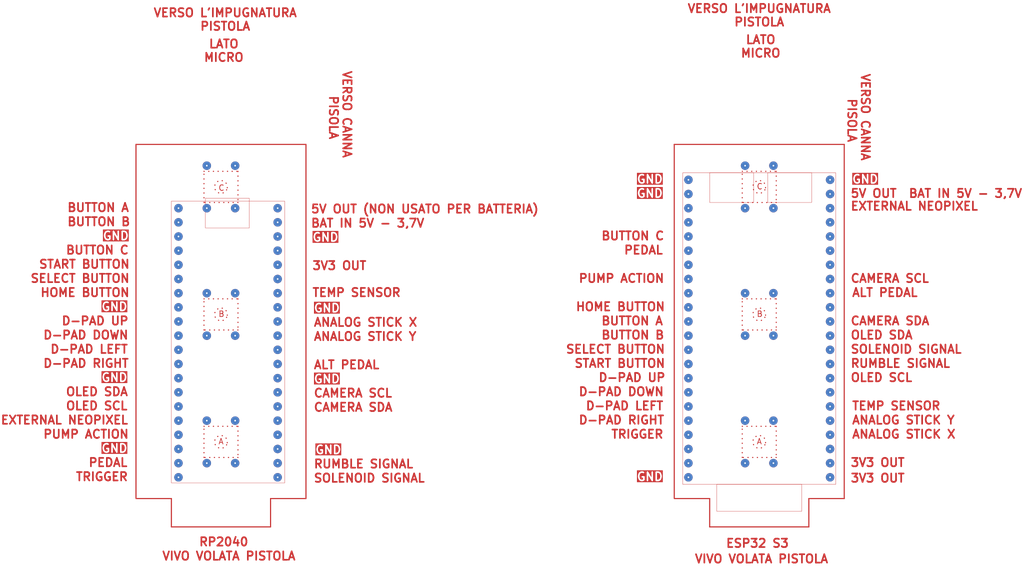
<source format=kicad_pcb>
(kicad_pcb
	(version 20241229)
	(generator "pcbnew")
	(generator_version "9.0")
	(general
		(thickness 1.6)
		(legacy_teardrops no)
	)
	(paper "A4")
	(layers
		(0 "F.Cu" signal)
		(2 "B.Cu" signal)
		(9 "F.Adhes" user "F.Adhesive")
		(11 "B.Adhes" user "B.Adhesive")
		(13 "F.Paste" user)
		(15 "B.Paste" user)
		(5 "F.SilkS" user "F.Silkscreen")
		(7 "B.SilkS" user "B.Silkscreen")
		(1 "F.Mask" user)
		(3 "B.Mask" user)
		(17 "Dwgs.User" user "User.Drawings")
		(19 "Cmts.User" user "User.Comments")
		(21 "Eco1.User" user "User.Eco1")
		(23 "Eco2.User" user "User.Eco2")
		(25 "Edge.Cuts" user)
		(27 "Margin" user)
		(31 "F.CrtYd" user "F.Courtyard")
		(29 "B.CrtYd" user "B.Courtyard")
		(35 "F.Fab" user)
		(33 "B.Fab" user)
		(39 "User.1" user)
		(41 "User.2" user)
		(43 "User.3" user)
		(45 "User.4" user)
	)
	(setup
		(stackup
			(layer "F.SilkS"
				(type "Top Silk Screen")
			)
			(layer "F.Paste"
				(type "Top Solder Paste")
			)
			(layer "F.Mask"
				(type "Top Solder Mask")
				(thickness 0.01)
			)
			(layer "F.Cu"
				(type "copper")
				(thickness 0.035)
			)
			(layer "dielectric 1"
				(type "core")
				(thickness 1.51)
				(material "FR4")
				(epsilon_r 4.5)
				(loss_tangent 0.02)
			)
			(layer "B.Cu"
				(type "copper")
				(thickness 0.035)
			)
			(layer "B.Mask"
				(type "Bottom Solder Mask")
				(thickness 0.01)
			)
			(layer "B.Paste"
				(type "Bottom Solder Paste")
			)
			(layer "B.SilkS"
				(type "Bottom Silk Screen")
			)
			(copper_finish "None")
			(dielectric_constraints no)
		)
		(pad_to_mask_clearance 0)
		(allow_soldermask_bridges_in_footprints no)
		(tenting front back)
		(pcbplotparams
			(layerselection 0x00000000_00000000_55555555_5755f5ff)
			(plot_on_all_layers_selection 0x00000000_00000000_00000000_00000000)
			(disableapertmacros no)
			(usegerberextensions no)
			(usegerberattributes yes)
			(usegerberadvancedattributes yes)
			(creategerberjobfile yes)
			(dashed_line_dash_ratio 12.000000)
			(dashed_line_gap_ratio 3.000000)
			(svgprecision 4)
			(plotframeref no)
			(mode 1)
			(useauxorigin no)
			(hpglpennumber 1)
			(hpglpenspeed 20)
			(hpglpendiameter 15.000000)
			(pdf_front_fp_property_popups yes)
			(pdf_back_fp_property_popups yes)
			(pdf_metadata yes)
			(pdf_single_document no)
			(dxfpolygonmode yes)
			(dxfimperialunits yes)
			(dxfusepcbnewfont yes)
			(psnegative no)
			(psa4output no)
			(plot_black_and_white yes)
			(sketchpadsonfab no)
			(plotpadnumbers no)
			(hidednponfab no)
			(sketchdnponfab yes)
			(crossoutdnponfab yes)
			(subtractmaskfromsilk no)
			(outputformat 1)
			(mirror no)
			(drillshape 1)
			(scaleselection 1)
			(outputdirectory "")
		)
	)
	(net 0 "")
	(gr_rect
		(start 207.264 67.31)
		(end 215.138 72.644)
		(stroke
			(width 0.0508)
			(type solid)
		)
		(fill no)
		(layer "F.Cu")
		(uuid "034b058b-3b4d-4645-aa84-3dec54b7922d")
	)
	(gr_rect
		(start 202.692 112.776)
		(end 208.788 118.364)
		(stroke
			(width 0.2)
			(type dot)
		)
		(fill no)
		(layer "F.Cu")
		(uuid "1427bf43-4a2e-44bf-bcc5-8501c717e6ba")
	)
	(gr_circle
		(center 109.22 69.85)
		(end 110.236 70.358)
		(stroke
			(width 0.2)
			(type dot)
		)
		(fill no)
		(layer "F.Cu")
		(uuid "16988fe8-83a2-4048-8465-83b37a1b24fe")
	)
	(gr_line
		(start 190.5 125.603)
		(end 190.5 62.23)
		(stroke
			(width 0.2)
			(type default)
		)
		(layer "F.Cu")
		(uuid "173c21c5-88b3-4b4b-8098-d37ce15cc9d9")
	)
	(gr_line
		(start 100.33 130.81)
		(end 118.11 130.81)
		(stroke
			(width 0.2)
			(type default)
		)
		(layer "F.Cu")
		(uuid "204f83fa-1cee-4835-a618-a7a5ba150b39")
	)
	(gr_rect
		(start 106.172 112.776)
		(end 112.268 118.364)
		(stroke
			(width 0.2)
			(type dot)
		)
		(fill no)
		(layer "F.Cu")
		(uuid "25050552-c865-49ab-a757-a60ed5f559f1")
	)
	(gr_rect
		(start 196.85 67.31)
		(end 204.724 72.644)
		(stroke
			(width 0.0508)
			(type solid)
		)
		(fill no)
		(layer "F.Cu")
		(uuid "27de8467-cd75-4d8a-b286-997e48273a96")
	)
	(gr_rect
		(start 198.12 123.19)
		(end 213.36 128.016)
		(stroke
			(width 0.0508)
			(type solid)
		)
		(fill no)
		(layer "F.Cu")
		(uuid "28a883ac-e757-4119-9d40-b9165a4f00cf")
	)
	(gr_rect
		(start 202.692 67.056)
		(end 208.788 72.644)
		(stroke
			(width 0.2)
			(type dot)
		)
		(fill no)
		(layer "F.Cu")
		(uuid "364abd18-c244-4281-be5c-15680745ef11")
	)
	(gr_line
		(start 190.5 62.23)
		(end 220.98 62.23)
		(stroke
			(width 0.2)
			(type default)
		)
		(layer "F.Cu")
		(uuid "3a2e79a2-3750-420a-b5ec-6673d4969d3f")
	)
	(gr_circle
		(center 109.22 115.57)
		(end 110.236 116.078)
		(stroke
			(width 0.2)
			(type dot)
		)
		(fill no)
		(layer "F.Cu")
		(uuid "3c35ca88-d4b2-48e3-9e59-bea1fb1d1139")
	)
	(gr_rect
		(start 106.426 71.882)
		(end 114.3 77.216)
		(stroke
			(width 0.0508)
			(type solid)
		)
		(fill no)
		(layer "F.Cu")
		(uuid "43f2eff2-72e4-49c6-ae9b-deed9790599c")
	)
	(gr_circle
		(center 205.74 115.57)
		(end 206.756 116.078)
		(stroke
			(width 0.2)
			(type dot)
		)
		(fill no)
		(layer "F.Cu")
		(uuid "49c993dd-cb4d-423a-92a6-ec2fcad9e8c2")
	)
	(gr_line
		(start 93.98 62.23)
		(end 124.46 62.23)
		(stroke
			(width 0.2)
			(type default)
		)
		(layer "F.Cu")
		(uuid "51d01427-ca92-414e-9d4b-2cc3b953e2f0")
	)
	(gr_line
		(start 100.33 125.73)
		(end 100.33 130.81)
		(stroke
			(width 0.2)
			(type default)
		)
		(layer "F.Cu")
		(uuid "52dfd38a-c9bd-4d58-9a4a-e82cec3ddec8")
	)
	(gr_rect
		(start 106.172 89.916)
		(end 112.268 95.504)
		(stroke
			(width 0.2)
			(type dot)
		)
		(fill no)
		(layer "F.Cu")
		(uuid "741cf0cf-1b02-4024-b425-054d42fa91c0")
	)
	(gr_line
		(start 118.11 125.73)
		(end 118.11 130.81)
		(stroke
			(width 0.2)
			(type default)
		)
		(layer "F.Cu")
		(uuid "80950818-705f-4b73-beda-607d7dc3c4d0")
	)
	(gr_circle
		(center 109.22 92.71)
		(end 110.236 93.218)
		(stroke
			(width 0.2)
			(type dot)
		)
		(fill no)
		(layer "F.Cu")
		(uuid "8ba510ef-6654-4125-ab65-be6b1e4ccd94")
	)
	(gr_line
		(start 93.98 125.73)
		(end 100.33 125.73)
		(stroke
			(width 0.2)
			(type default)
		)
		(layer "F.Cu")
		(uuid "a6d788d2-3aa5-4807-aee5-17ebba6fc227")
	)
	(gr_rect
		(start 192.024 67.31)
		(end 219.456 123.19)
		(stroke
			(width 0.0508)
			(type solid)
		)
		(fill no)
		(layer "F.Cu")
		(uuid "ac39bbc7-de8a-4775-a03f-535a592cd578")
	)
	(gr_line
		(start 93.98 125.603)
		(end 93.98 62.23)
		(stroke
			(width 0.2)
			(type default)
		)
		(layer "F.Cu")
		(uuid "b39c5fb0-0d97-4a1c-a706-022aed9a562e")
	)
	(gr_line
		(start 124.46 62.23)
		(end 124.46 125.73)
		(stroke
			(width 0.2)
			(type default)
		)
		(layer "F.Cu")
		(uuid "b3bf2f70-1070-44f4-803e-15b771e29724")
	)
	(gr_line
		(start 124.46 125.73)
		(end 118.11 125.73)
		(stroke
			(width 0.2)
			(type default)
		)
		(layer "F.Cu")
		(uuid "b5f772ff-dd48-406b-84f2-350acb9aedbf")
	)
	(gr_line
		(start 220.98 125.73)
		(end 214.63 125.73)
		(stroke
			(width 0.2)
			(type default)
		)
		(layer "F.Cu")
		(uuid "bef01325-8980-40e6-af76-1ac56ad4acc0")
	)
	(gr_line
		(start 214.63 125.73)
		(end 214.63 130.81)
		(stroke
			(width 0.2)
			(type default)
		)
		(layer "F.Cu")
		(uuid "c41c7217-e065-4095-a5c8-456058c6466f")
	)
	(gr_line
		(start 196.85 130.81)
		(end 214.63 130.81)
		(stroke
			(width 0.2)
			(type default)
		)
		(layer "F.Cu")
		(uuid "c8b34f0e-060f-4960-a0da-673bf926732c")
	)
	(gr_rect
		(start 100.33 72.39)
		(end 120.65 122.936)
		(stroke
			(width 0.0508)
			(type solid)
		)
		(fill no)
		(layer "F.Cu")
		(uuid "cf23abeb-48d2-4277-97ce-efde61d660e1")
	)
	(gr_rect
		(start 106.172 67.056)
		(end 112.268 72.644)
		(stroke
			(width 0.2)
			(type dot)
		)
		(fill no)
		(layer "F.Cu")
		(uuid "cf2ee4df-7f28-4472-8065-e8e27bf5f42a")
	)
	(gr_line
		(start 220.98 62.23)
		(end 220.98 125.73)
		(stroke
			(width 0.2)
			(type default)
		)
		(layer "F.Cu")
		(uuid "d1f25ead-b0f2-42c2-9e74-8fc341cae654")
	)
	(gr_line
		(start 196.85 125.73)
		(end 196.85 130.81)
		(stroke
			(width 0.2)
			(type default)
		)
		(layer "F.Cu")
		(uuid "e0991fdf-8c30-4b9c-94e5-3b2f9dff5e15")
	)
	(gr_circle
		(center 205.74 69.85)
		(end 206.756 70.358)
		(stroke
			(width 0.2)
			(type dot)
		)
		(fill no)
		(layer "F.Cu")
		(uuid "e27ca10c-f614-41de-bae9-800b3ffccedf")
	)
	(gr_line
		(start 190.5 125.73)
		(end 196.85 125.73)
		(stroke
			(width 0.2)
			(type default)
		)
		(layer "F.Cu")
		(uuid "e752ebd7-7f27-4f4a-8ffc-15554f80de43")
	)
	(gr_rect
		(start 202.692 89.916)
		(end 208.788 95.504)
		(stroke
			(width 0.2)
			(type dot)
		)
		(fill no)
		(layer "F.Cu")
		(uuid "f519850d-b9c2-46a2-9da2-c52d2ff855ac")
	)
	(gr_circle
		(center 205.74 92.71)
		(end 206.756 93.218)
		(stroke
			(width 0.2)
			(type dot)
		)
		(fill no)
		(layer "F.Cu")
		(uuid "fd05cc01-f91a-4a1a-a8fc-a8e05631fbdd")
	)
	(gr_text "VERSO L'IMPUGNATURA\nPISTOLA"
		(at 109.982 41.91 0)
		(layer "F.Cu")
		(uuid "01018753-cfac-4cba-8e10-4ad99ecb1f6a")
		(effects
			(font
				(size 1.5 1.5)
				(thickness 0.3)
				(bold yes)
			)
			(justify bottom)
		)
	)
	(gr_text "ANALOG STICK Y"
		(at 222.25 112.522 0)
		(layer "F.Cu")
		(uuid "017a7629-4cef-4f9e-b27d-ec768c125c2b")
		(effects
			(font
				(size 1.5 1.5)
				(thickness 0.3)
				(bold yes)
			)
			(justify left bottom)
		)
	)
	(gr_text "GND"
		(at 125.73 105.156 0)
		(layer "F.Cu" knockout)
		(uuid "01e3e2a8-b423-4bea-93f0-60bb62595a1b")
		(effects
			(font
				(size 1.5 1.5)
				(thickness 0.3)
				(bold yes)
			)
			(justify left bottom)
		)
	)
	(gr_text "RP2040"
		(at 105.156 134.366 0)
		(layer "F.Cu")
		(uuid "02fa9b5b-c0f9-4561-9ba4-104a6ac507c9")
		(effects
			(font
				(size 1.5 1.5)
				(thickness 0.3)
				(bold yes)
			)
			(justify left bottom)
		)
	)
	(gr_text "GND"
		(at 125.73 92.456 0)
		(layer "F.Cu" knockout)
		(uuid "04b15784-26e4-41b0-afbb-4321c93d77e0")
		(effects
			(font
				(size 1.5 1.5)
				(thickness 0.3)
				(bold yes)
			)
			(justify left bottom)
		)
	)
	(gr_text "D-PAD RIGHT"
		(at 77.216 102.362 0)
		(layer "F.Cu")
		(uuid "06191f9a-0380-4076-8fa4-42d5e045198e")
		(effects
			(font
				(size 1.5 1.5)
				(thickness 0.3)
				(bold yes)
			)
			(justify left bottom)
		)
	)
	(gr_text "OLED SDA"
		(at 81.28 107.442 0)
		(layer "F.Cu")
		(uuid "085dec0e-ac38-4a89-a0b6-ba24e5626f54")
		(effects
			(font
				(size 1.5 1.5)
				(thickness 0.3)
				(bold yes)
			)
			(justify left bottom)
		)
	)
	(gr_text "VERSO L'IMPUGNATURA\nPISTOLA"
		(at 205.74 41.148 0)
		(layer "F.Cu")
		(uuid "0b5d96d0-12be-4036-8680-f671fd02104f")
		(effects
			(font
				(size 1.5 1.5)
				(thickness 0.3)
				(bold yes)
			)
			(justify bottom)
		)
	)
	(gr_text "OLED SCL"
		(at 81.28 109.982 0)
		(layer "F.Cu")
		(uuid "0c183d5e-96f4-4d65-81ec-b9c763d537c1")
		(effects
			(font
				(size 1.5 1.5)
				(thickness 0.3)
				(bold yes)
			)
			(justify left bottom)
		)
	)
	(gr_text "5V OUT"
		(at 221.996 71.882 0)
		(layer "F.Cu")
		(uuid "0c3c9ee8-6c0c-4380-8f0f-3d6c76a30aba")
		(effects
			(font
				(size 1.5 1.5)
				(thickness 0.3)
				(bold yes)
			)
			(justify left bottom)
		)
	)
	(gr_text "D-PAD UP"
		(at 176.784 104.902 0)
		(layer "F.Cu")
		(uuid "10d7e233-41ea-41a7-8908-d480cfeec722")
		(effects
			(font
				(size 1.5 1.5)
				(thickness 0.3)
				(bold yes)
			)
			(justify left bottom)
		)
	)
	(gr_text "HOME BUTTON"
		(at 172.72 92.202 0)
		(layer "F.Cu")
		(uuid "1455d968-b124-43d4-a284-5050148c17a1")
		(effects
			(font
				(size 1.5 1.5)
				(thickness 0.3)
				(bold yes)
			)
			(justify left bottom)
		)
	)
	(gr_text "BUTTON C"
		(at 81.28 82.042 0)
		(layer "F.Cu")
		(uuid "152d6683-4a12-4261-83c6-21cfb813e1a8")
		(effects
			(font
				(size 1.5 1.5)
				(thickness 0.3)
				(bold yes)
			)
			(justify left bottom)
		)
	)
	(gr_text "D-PAD DOWN"
		(at 77.216 97.282 0)
		(layer "F.Cu")
		(uuid "15dee0f9-98fb-44e2-9525-d6eb6994fca7")
		(effects
			(font
				(size 1.5 1.5)
				(thickness 0.3)
				(bold yes)
			)
			(justify left bottom)
		)
	)
	(gr_text "D-PAD LEFT"
		(at 78.486 99.822 0)
		(layer "F.Cu")
		(uuid "17c9ff40-c8b6-4970-b3f6-73d50b22f49c")
		(effects
			(font
				(size 1.5 1.5)
				(thickness 0.3)
				(bold yes)
			)
			(justify left bottom)
		)
	)
	(gr_text "TRIGGER"
		(at 83.058 122.682 0)
		(layer "F.Cu")
		(uuid "1fd6a8d5-5f49-4036-9f3a-d5a697e8919e")
		(effects
			(font
				(size 1.5 1.5)
				(thickness 0.3)
				(bold yes)
			)
			(justify left bottom)
		)
	)
	(gr_text "TRIGGER"
		(at 179.07 115.062 0)
		(layer "F.Cu")
		(uuid "25b28866-5823-40e0-a375-c7047381e6e3")
		(effects
			(font
				(size 1.5 1.5)
				(thickness 0.3)
				(bold yes)
			)
			(justify left bottom)
		)
	)
	(gr_text "ANALOG STICK X"
		(at 125.73 94.996 0)
		(layer "F.Cu")
		(uuid "287373cd-b92b-4aa1-8342-d4ebc8862eaf")
		(effects
			(font
				(size 1.5 1.5)
				(thickness 0.3)
				(bold yes)
			)
			(justify left bottom)
		)
	)
	(gr_text "VIVO VOLATA PISTOLA"
		(at 194.056 137.414 0)
		(layer "F.Cu")
		(uuid "3e530b1f-ec30-4592-8c28-d672a7763c5e")
		(effects
			(font
				(size 1.5 1.5)
				(thickness 0.3)
				(bold yes)
			)
			(justify left bottom)
		)
	)
	(gr_text "D-PAD UP"
		(at 80.518 94.742 0)
		(layer "F.Cu")
		(uuid "41dc78d8-f1d6-4efe-831c-1618c0a6d372")
		(effects
			(font
				(size 1.5 1.5)
				(thickness 0.3)
				(bold yes)
			)
			(justify left bottom)
		)
	)
	(gr_text "BUTTON B"
		(at 81.534 76.962 0)
		(layer "F.Cu")
		(uuid "445b2705-6e58-437e-80bf-a53da4982fa2")
		(effects
			(font
				(size 1.5 1.5)
				(thickness 0.3)
				(bold yes)
			)
			(justify left bottom)
		)
	)
	(gr_text "GND"
		(at 87.63 104.902 0)
		(layer "F.Cu" knockout)
		(uuid "488a57d9-a93f-4484-b4b1-d4391289690f")
		(effects
			(font
				(size 1.5 1.5)
				(thickness 0.3)
				(bold yes)
			)
			(justify left bottom)
		)
	)
	(gr_text "GND"
		(at 222.25 69.342 0)
		(layer "F.Cu" knockout)
		(uuid "49a338a3-e05d-4ac6-a7fe-e0d1af9e7d4e")
		(effects
			(font
				(size 1.5 1.5)
				(thickness 0.3)
				(bold yes)
			)
			(justify left bottom)
		)
	)
	(gr_text "PEDAL"
		(at 181.356 82.042 0)
		(layer "F.Cu")
		(uuid "4b236d29-ffba-4494-ba61-8ed732045324")
		(effects
			(font
				(size 1.5 1.5)
				(thickness 0.3)
				(bold yes)
			)
			(justify left bottom)
		)
	)
	(gr_text "A"
		(at 108.712 116.078 0)
		(layer "F.Cu")
		(uuid "4bd20089-19e4-47ca-951d-5f069a147e9d")
		(effects
			(font
				(size 1.016 1.016)
				(thickness 0.127)
				(bold yes)
			)
			(justify left bottom)
		)
	)
	(gr_text "SELECT BUTTON"
		(at 170.942 99.822 0)
		(layer "F.Cu")
		(uuid "4f5000ff-7deb-4fbc-b71e-f6fb59ded1b8")
		(effects
			(font
				(size 1.5 1.5)
				(thickness 0.3)
				(bold yes)
			)
			(justify left bottom)
		)
	)
	(gr_text "D-PAD DOWN"
		(at 173.228 107.442 0)
		(layer "F.Cu")
		(uuid "5a45a87f-aee8-4564-9ca0-3fa17ea536ac")
		(effects
			(font
				(size 1.5 1.5)
				(thickness 0.3)
				(bold yes)
			)
			(justify left bottom)
		)
	)
	(gr_text "EXTERNAL NEOPIXEL"
		(at 221.996 74.168 0)
		(layer "F.Cu")
		(uuid "5dbdf6b1-5b31-4fd3-bace-8590619ca43b")
		(effects
			(font
				(size 1.5 1.5)
				(thickness 0.3)
				(bold yes)
			)
			(justify left bottom)
		)
	)
	(gr_text "LATO\nMICRO"
		(at 109.728 47.498 0)
		(layer "F.Cu")
		(uuid "629f706e-eedc-4213-b794-0b06c92aef49")
		(effects
			(font
				(size 1.5 1.5)
				(thickness 0.3)
				(bold yes)
			)
			(justify bottom)
		)
	)
	(gr_text "3V3 OUT"
		(at 221.996 120.142 0)
		(layer "F.Cu")
		(uuid "64ed1fee-5d85-47b2-b175-491d1bc072fc")
		(effects
			(font
				(size 1.5 1.5)
				(thickness 0.3)
				(bold yes)
			)
			(justify left bottom)
		)
	)
	(gr_text "BUTTON C"
		(at 177.292 79.502 0)
		(layer "F.Cu")
		(uuid "6676d586-388c-4a5e-ab35-b974963496b5")
		(effects
			(font
				(size 1.5 1.5)
				(thickness 0.3)
				(bold yes)
			)
			(justify left bottom)
		)
	)
	(gr_text "GND"
		(at 183.642 69.342 0)
		(layer "F.Cu" knockout)
		(uuid "6a361142-a41a-4cff-9c37-dd03a0ba5ab8")
		(effects
			(font
				(size 1.5 1.5)
				(thickness 0.3)
				(bold yes)
			)
			(justify left bottom)
		)
	)
	(gr_text "ANALOG STICK Y"
		(at 125.73 97.536 0)
		(layer "F.Cu")
		(uuid "6c1ebb01-0be0-4c80-b08a-d74ba218331d")
		(effects
			(font
				(size 1.5 1.5)
				(thickness 0.3)
				(bold yes)
			)
			(justify left bottom)
		)
	)
	(gr_text "GND"
		(at 125.476 79.756 0)
		(layer "F.Cu" knockout)
		(uuid "6df947fa-fb6b-4d99-a482-7d5e0574423d")
		(effects
			(font
				(size 1.5 1.5)
				(thickness 0.3)
				(bold yes)
			)
			(justify left bottom)
		)
	)
	(gr_text "ESP32 S3"
		(at 199.644 134.62 0)
		(layer "F.Cu")
		(uuid "6ef9b992-88be-4257-94d3-940668c8debb")
		(effects
			(font
				(size 1.5 1.5)
				(thickness 0.3)
				(bold yes)
			)
			(justify left bottom)
		)
	)
	(gr_text "C"
		(at 108.712 70.612 0)
		(layer "F.Cu")
		(uuid "733ba940-2585-406e-b7df-af2a8a800e03")
		(effects
			(font
				(size 1.016 1.016)
				(thickness 0.127)
				(bold yes)
			)
			(justify left bottom)
		)
	)
	(gr_text "C"
		(at 205.232 70.358 0)
		(layer "F.Cu")
		(uuid "7364f67e-9dc9-4216-9d13-b5727c3faf71")
		(effects
			(font
				(size 1.016 1.016)
				(thickness 0.127)
				(bold yes)
			)
			(justify left bottom)
		)
	)
	(gr_text "START BUTTON"
		(at 172.466 102.362 0)
		(layer "F.Cu")
		(uuid "76a8089f-480d-4597-a0b9-55087fe85abd")
		(effects
			(font
				(size 1.5 1.5)
				(thickness 0.3)
				(bold yes)
			)
			(justify left bottom)
		)
	)
	(gr_text "HOME BUTTON"
		(at 76.708 89.662 0)
		(layer "F.Cu")
		(uuid "77250ebb-e046-4a23-a995-b1a34afc0f85")
		(effects
			(font
				(size 1.5 1.5)
				(thickness 0.3)
				(bold yes)
			)
			(justify left bottom)
		)
	)
	(gr_text "START BUTTON"
		(at 76.454 84.582 0)
		(layer "F.Cu")
		(uuid "772681b2-6bd6-46e7-a637-2e4e3216efff")
		(effects
			(font
				(size 1.5 1.5)
				(thickness 0.3)
				(bold yes)
			)
			(justify left bottom)
		)
	)
	(gr_text "D-PAD LEFT"
		(at 174.498 109.982 0)
		(layer "F.Cu")
		(uuid "78340304-cbed-4ff8-8e4b-b4f345cd1c46")
		(effects
			(font
				(size 1.5 1.5)
				(thickness 0.3)
				(bold yes)
			)
			(justify left bottom)
		)
	)
	(gr_text "CAMERA SCL"
		(at 125.73 107.696 0)
		(layer "F.Cu")
		(uuid "79075ed5-66e3-4b38-81a2-8559a7e06f2a")
		(effects
			(font
				(size 1.5 1.5)
				(thickness 0.3)
				(bold yes)
			)
			(justify left bottom)
		)
	)
	(gr_text "RUMBLE SIGNAL"
		(at 125.73 120.396 0)
		(layer "F.Cu")
		(uuid "7d82875e-8e1e-4358-89d2-ef37b316f1e2")
		(effects
			(font
				(size 1.5 1.5)
				(thickness 0.3)
				(bold yes)
			)
			(justify left bottom)
		)
	)
	(gr_text "SOLENOID SIGNAL"
		(at 125.73 122.936 0)
		(layer "F.Cu")
		(uuid "7f0c1929-7b96-4127-962e-62bc1f0d92d0")
		(effects
			(font
				(size 1.5 1.5)
				(thickness 0.3)
				(bold yes)
			)
			(justify left bottom)
		)
	)
	(gr_text "BUTTON B"
		(at 177.292 97.282 0)
		(layer "F.Cu")
		(uuid "7ffc5f2f-d5a0-4536-99c1-7d7d01f7dcba")
		(effects
			(font
				(size 1.5 1.5)
				(thickness 0.3)
				(bold yes)
			)
			(justify left bottom)
		)
	)
	(gr_text "VERSO CANNA \nPISOLA"
		(at 221.488 57.912 270)
		(layer "F.Cu")
		(uuid "8652cb78-7495-4bd4-a02c-42aba080be77")
		(effects
			(font
				(size 1.5 1.5)
				(thickness 0.3)
				(bold yes)
			)
			(justify bottom)
		)
	)
	(gr_text "PUMP ACTION"
		(at 77.216 115.062 0)
		(layer "F.Cu")
		(uuid "88b2d544-be01-401b-8a9e-99d0face79c3")
		(effects
			(font
				(size 1.5 1.5)
				(thickness 0.3)
				(bold yes)
			)
			(justify left bottom)
		)
	)
	(gr_text "GND"
		(at 183.642 71.882 0)
		(layer "F.Cu" knockout)
		(uuid "8e86aef5-e097-48ef-a965-93fb355adcfd")
		(effects
			(font
				(size 1.5 1.5)
				(thickness 0.3)
				(bold yes)
			)
			(justify left bottom)
		)
	)
	(gr_text "SELECT BUTTON"
		(at 74.93 87.122 0)
		(layer "F.Cu")
		(uuid "90cd1ed5-8007-4921-9496-28bdd68416b7")
		(effects
			(font
				(size 1.5 1.5)
				(thickness 0.3)
				(bold yes)
			)
			(justify left bottom)
		)
	)
	(gr_text "RUMBLE SIGNAL"
		(at 221.996 102.362 0)
		(layer "F.Cu")
		(uuid "9503e96f-7255-415e-b3b6-4dd1657f2d46")
		(effects
			(font
				(size 1.5 1.5)
				(thickness 0.3)
				(bold yes)
			)
			(justify left bottom)
		)
	)
	(gr_text "ANALOG STICK X"
		(at 222.25 115.062 0)
		(layer "F.Cu")
		(uuid "9b33b95d-6393-4596-9c69-245c12b21b0a")
		(effects
			(font
				(size 1.5 1.5)
				(thickness 0.3)
				(bold yes)
			)
			(justify left bottom)
		)
	)
	(gr_text "PEDAL"
		(at 85.344 120.142 0)
		(layer "F.Cu")
		(uuid "9cd943ac-098e-42d9-af48-f7a29b63f879")
		(effects
			(font
				(size 1.5 1.5)
				(thickness 0.3)
				(bold yes)
			)
			(justify left bottom)
		)
	)
	(gr_text "BAT IN 5V - 3,7V"
		(at 232.41 71.882 0)
		(layer "F.Cu")
		(uuid "9ec728b6-76c6-4c52-bc82-074eac496f63")
		(effects
			(font
				(size 1.5 1.5)
				(thickness 0.3)
				(bold yes)
			)
			(justify left bottom)
		)
	)
	(gr_text "CAMERA SDA"
		(at 221.996 94.742 0)
		(layer "F.Cu")
		(uuid "a51d3769-c2fd-420d-b65d-1331168740c0")
		(effects
			(font
				(size 1.5 1.5)
				(thickness 0.3)
				(bold yes)
			)
			(justify left bottom)
		)
	)
	(gr_text "GND"
		(at 87.63 92.202 0)
		(layer "F.Cu" knockout)
		(uuid "a7c84536-5623-40a1-8a8d-2e36a349b31c")
		(effects
			(font
				(size 1.5 1.5)
				(thickness 0.3)
				(bold yes)
			)
			(justify left bottom)
		)
	)
	(gr_text "BUTTON A"
		(at 81.534 74.422 0)
		(layer "F.Cu")
		(uuid "b3a6a849-7d7a-40af-8c02-c00a45fa16a4")
		(effects
			(font
				(size 1.5 1.5)
				(thickness 0.3)
				(bold yes)
			)
			(justify left bottom)
		)
	)
	(gr_text "5V OUT (NON USATO PER BATTERIA)"
		(at 125.222 74.676 0)
		(layer "F.Cu")
		(uuid "b6000424-23c3-4cfd-8e21-59829f4f62ea")
		(effects
			(font
				(size 1.5 1.5)
				(thickness 0.3)
				(bold yes)
			)
			(justify left bottom)
		)
	)
	(gr_text "GND"
		(at 125.984 117.856 0)
		(layer "F.Cu" knockout)
		(uuid "b83da960-d2d3-4ccb-83bc-515547e4e420")
		(effects
			(font
				(size 1.5 1.5)
				(thickness 0.3)
				(bold yes)
			)
			(justify left bottom)
		)
	)
	(gr_text "SOLENOID SIGNAL"
		(at 221.996 99.822 0)
		(layer "F.Cu")
		(uuid "bb420d56-3875-482f-9b09-f66009ffc782")
		(effects
			(font
				(size 1.5 1.5)
				(thickness 0.3)
				(bold yes)
			)
			(justify left bottom)
		)
	)
	(gr_text "PUMP ACTION"
		(at 173.228 87.122 0)
		(layer "F.Cu")
		(uuid "bc1a57cf-7b18-4a0f-b1d3-ad83a31e2a32")
		(effects
			(font
				(size 1.5 1.5)
				(thickness 0.3)
				(bold yes)
			)
			(justify left bottom)
		)
	)
	(gr_text "A"
		(at 205.232 116.078 0)
		(layer "F.Cu")
		(uuid "bd4229ea-cf6c-4565-960a-d9e38eeefebd")
		(effects
			(font
				(size 1.016 1.016)
				(thickness 0.127)
				(bold yes)
			)
			(justify left bottom)
		)
	)
	(gr_text "ALT PEDAL"
		(at 125.73 102.616 0)
		(layer "F.Cu")
		(uuid "be720993-9b26-4824-ae50-d5cde0d2bdac")
		(effects
			(font
				(size 1.5 1.5)
				(thickness 0.3)
				(bold yes)
			)
			(justify left bottom)
		)
	)
	(gr_text "3V3 OUT"
		(at 221.996 122.936 0)
		(layer "F.Cu")
		(uuid "c494ff96-2b65-4017-b32d-1cc60f370259")
		(effects
			(font
				(size 1.5 1.5)
				(thickness 0.3)
				(bold yes)
			)
			(justify left bottom)
		)
	)
	(gr_text "B"
		(at 108.712 93.218 0)
		(layer "F.Cu")
		(uuid "c5f7b6a2-1ef2-4fd1-94f4-f55b33959eeb")
		(effects
			(font
				(size 1.016 1.016)
				(thickness 0.127)
				(bold yes)
			)
			(justify left bottom)
		)
	)
	(gr_text "ALT PEDAL"
		(at 222.25 89.662 0)
		(layer "F.Cu")
		(uuid "c861d94d-f4e0-4095-8e3f-f57c1c873851")
		(effects
			(font
				(size 1.5 1.5)
				(thickness 0.3)
				(bold yes)
			)
			(justify left bottom)
		)
	)
	(gr_text "D-PAD RIGHT"
		(at 173.228 112.522 0)
		(layer "F.Cu")
		(uuid "c97cbd0d-72e3-49ce-b210-1c173056b88b")
		(effects
			(font
				(size 1.5 1.5)
				(thickness 0.3)
				(bold yes)
			)
			(justify left bottom)
		)
	)
	(gr_text "TEMP SENSOR"
		(at 222.25 109.982 0)
		(layer "F.Cu")
		(uuid "d1de6fd8-e621-472c-8909-20913d0b5cf8")
		(effects
			(font
				(size 1.5 1.5)
				(thickness 0.3)
				(bold yes)
			)
			(justify left bottom)
		)
	)
	(gr_text "EXTERNAL NEOPIXEL"
		(at 69.596 112.522 0)
		(layer "F.Cu")
		(uuid "d34fb685-ccfe-4bcf-bb39-f4aad7447859")
		(effects
			(font
				(size 1.5 1.5)
				(thickness 0.3)
				(bold yes)
			)
			(justify left bottom)
		)
	)
	(gr_text "GND"
		(at 183.642 122.682 0)
		(layer "F.Cu" knockout)
		(uuid "d3caf8f7-e1fb-4a33-8ec3-95469fb06b3c")
		(effects
			(font
				(size 1.5 1.5)
				(thickness 0.3)
				(bold yes)
			)
			(justify left bottom)
		)
	)
	(gr_text "CAMERA SDA"
		(at 125.73 110.236 0)
		(layer "F.Cu")
		(uuid "d5d0a216-d812-4146-9261-2f35dde6876b")
		(effects
			(font
				(size 1.5 1.5)
				(thickness 0.3)
				(bold yes)
			)
			(justify left bottom)
		)
	)
	(gr_text "OLED SCL"
		(at 221.996 104.902 0)
		(layer "F.Cu")
		(uuid "d7d3ee31-3f64-4ec3-8e8b-0b155bb46070")
		(effects
			(font
				(size 1.5 1.5)
				(thickness 0.3)
				(bold yes)
			)
			(justify left bottom)
		)
	)
	(gr_text "B"
		(at 205.232 93.218 0)
		(layer "F.Cu")
		(uuid "d90785e7-06cc-49d6-9436-2d569adada0b")
		(effects
			(font
				(size 1.016 1.016)
				(thickness 0.127)
				(bold yes)
			)
			(justify left bottom)
		)
	)
	(gr_text "GND"
		(at 87.884 79.502 0)
		(layer "F.Cu" knockout)
		(uuid "da03e427-2728-4819-b0e9-0fbe22538ed8")
		(effects
			(font
				(size 1.5 1.5)
				(thickness 0.3)
				(bold yes)
			)
			(justify left bottom)
		)
	)
	(gr_text "3V3 OUT"
		(at 125.476 84.836 0)
		(layer "F.Cu")
		(uuid "db16cf43-056e-48e3-ab1a-96e64a151206")
		(effects
			(font
				(size 1.5 1.5)
				(thickness 0.3)
				(bold yes)
			)
			(justify left bottom)
		)
	)
	(gr_text "BUTTON A"
		(at 177.292 94.742 0)
		(layer "F.Cu")
		(uuid "db8653ea-8c8e-44ad-9ebf-eacb01859160")
		(effects
			(font
				(size 1.5 1.5)
				(thickness 0.3)
				(bold yes)
			)
			(justify left bottom)
		)
	)
	(gr_text "LATO\nMICRO"
		(at 205.994 46.736 0)
		(layer "F.Cu")
		(uuid "dee9bf1e-a737-49af-8a4d-548d0d54f642")
		(effects
			(font
				(size 1.5 1.5)
				(thickness 0.3)
				(bold yes)
			)
			(justify bottom)
		)
	)
	(gr_text "TEMP SENSOR"
		(at 125.476 89.662 0)
		(layer "F.Cu")
		(uuid "e07c9e50-b05d-43ce-bbac-c348e417200e")
		(effects
			(font
				(size 1.5 1.5)
				(thickness 0.3)
				(bold yes)
			)
			(justify left bottom)
		)
	)
	(gr_text "CAMERA SCL"
		(at 221.996 87.122 0)
		(layer "F.Cu")
		(uuid "e0a368ba-c1f3-4d2a-89d9-6cbf888079ba")
		(effects
			(font
				(size 1.5 1.5)
				(thickness 0.3)
				(bold yes)
			)
			(justify left bottom)
		)
	)
	(gr_text "GND"
		(at 87.63 117.602 0)
		(layer "F.Cu" knockout)
		(uuid "e5cb335f-b98c-4288-aa31-80a325912381")
		(effects
			(font
				(size 1.5 1.5)
				(thickness 0.3)
				(bold yes)
			)
			(justify left bottom)
		)
	)
	(gr_text "BAT IN 5V - 3,7V"
		(at 125.222 77.216 0)
		(layer "F.Cu")
		(uuid "e868494e-2a47-4982-84e2-40cfd2741561")
		(effects
			(font
				(size 1.5 1.5)
				(thickness 0.3)
				(bold yes)
			)
			(justify left bottom)
		)
	)
	(gr_text "OLED SDA"
		(at 221.996 97.282 0)
		(layer "F.Cu")
		(uuid "e875d7b3-d4c2-4f6a-917a-90cd1e173979")
		(effects
			(font
				(size 1.5 1.5)
				(thickness 0.3)
				(bold yes)
			)
			(justify left bottom)
		)
	)
	(gr_text "VIVO VOLATA PISTOLA"
		(at 98.552 136.906 0)
		(layer "F.Cu")
		(uuid "eb8f8a16-cc9c-4a06-8714-afc2e79cfbee")
		(effects
			(font
				(size 1.5 1.5)
				(thickness 0.3)
				(bold yes)
			)
			(justify left bottom)
		)
	)
	(gr_text "VERSO CANNA \nPISOLA"
		(at 128.524 57.404 270)
		(layer "F.Cu")
		(uuid "f6d9449c-5616-4a7c-9745-796b6b215415")
		(effects
			(font
				(size 1.5 1.5)
				(thickness 0.3)
				(bold yes)
			)
			(justify bottom)
		)
	)
	(via
		(at 193.04 96.52)
		(size 1.524)
		(drill 0.3)
		(layers "F.Cu" "B.Cu")
		(net 0)
		(uuid "00ea71fb-392f-4ed9-84ff-79996be88ed4")
	)
	(via
		(at 106.68 111.76)
		(size 1.524)
		(drill 0.3)
		(layers "F.Cu" "B.Cu")
		(net 0)
		(uuid "05c5dc55-b110-417f-b510-5bdcf80b4eb3")
	)
	(via
		(at 193.04 76.2)
		(size 1.524)
		(drill 0.3)
		(layers "F.Cu" "B.Cu")
		(net 0)
		(uuid "0650526a-a2ad-4f0d-8763-d2a02924e5a1")
	)
	(via
		(at 208.28 96.52)
		(size 1.524)
		(drill 0.3)
		(layers "F.Cu" "B.Cu")
		(net 0)
		(uuid "06f8bbe8-8fbf-43ca-b20c-a9752032b6bc")
	)
	(via
		(at 101.6 106.68)
		(size 1.524)
		(drill 0.3)
		(layers "F.Cu" "B.Cu")
		(net 0)
		(uuid "0f570a7a-50b8-44a4-af05-fffda9d7afec")
	)
	(via
		(at 193.04 83.82)
		(size 1.524)
		(drill 0.3)
		(layers "F.Cu" "B.Cu")
		(net 0)
		(uuid "0f8a57f2-8827-45ef-a095-edf6e63666da")
	)
	(via
		(at 203.2 73.66)
		(size 1.524)
		(drill 0.3)
		(layers "F.Cu" "B.Cu")
		(net 0)
		(uuid "10e368ca-82e2-4d94-85a1-29f7c80e0a49")
	)
	(via
		(at 193.04 91.44)
		(size 1.524)
		(drill 0.3)
		(layers "F.Cu" "B.Cu")
		(net 0)
		(uuid "12416aad-17e4-4ac9-b215-cca9ba8ec32c")
	)
	(via
		(at 101.6 96.52)
		(size 1.524)
		(drill 0.3)
		(layers "F.Cu" "B.Cu")
		(net 0)
		(uuid "19bbafd7-1edf-4468-8db2-ecf42e61190e")
	)
	(via
		(at 106.68 73.66)
		(size 1.524)
		(drill 0.3)
		(layers "F.Cu" "B.Cu")
		(net 0)
		(uuid "20164a93-7745-4d04-a644-2baf94fafeee")
	)
	(via
		(at 101.6 104.14)
		(size 1.524)
		(drill 0.3)
		(layers "F.Cu" "B.Cu")
		(net 0)
		(uuid "21a1f256-529e-47fc-834c-1b2e565aff03")
	)
	(via
		(at 119.38 111.76)
		(size 1.524)
		(drill 0.3)
		(layers "F.Cu" "B.Cu")
		(net 0)
		(uuid "232e23a3-ab91-48d5-9ae9-dacee55d05b2")
	)
	(via
		(at 208.28 73.66)
		(size 1.524)
		(drill 0.3)
		(layers "F.Cu" "B.Cu")
		(net 0)
		(uuid "24235aff-a282-4088-a057-5b34836a8a80")
	)
	(via
		(at 111.76 66.04)
		(size 1.524)
		(drill 0.3)
		(layers "F.Cu" "B.Cu")
		(net 0)
		(uuid "24dd34f5-2646-45a8-b69f-45275c830fcf")
	)
	(via
		(at 218.44 68.58)
		(size 1.524)
		(drill 0.3)
		(layers "F.Cu" "B.Cu")
		(net 0)
		(uuid "25ace375-7c36-45c8-bfbc-ad3646a3fa4c")
	)
	(via
		(at 218.44 99.06)
		(size 1.524)
		(drill 0.3)
		(layers "F.Cu" "B.Cu")
		(net 0)
		(uuid "26731d9a-5c83-41e4-80e4-f3e4ebdfbec7")
	)
	(via
		(at 119.38 81.28)
		(size 1.524)
		(drill 0.3)
		(layers "F.Cu" "B.Cu")
		(net 0)
		(uuid "28deb994-e17d-4492-b6ad-e9d5aaac1251")
	)
	(via
		(at 101.6 111.76)
		(size 1.524)
		(drill 0.3)
		(layers "F.Cu" "B.Cu")
		(net 0)
		(uuid "2ab94d4f-de51-45e4-bcd4-b5d4bccc3dac")
	)
	(via
		(at 218.44 114.3)
		(size 1.524)
		(drill 0.3)
		(layers "F.Cu" "B.Cu")
		(net 0)
		(uuid "2ef7e5b7-d349-40cf-8f19-b071a84425f3")
	)
	(via
		(at 193.04 101.6)
		(size 1.524)
		(drill 0.3)
		(layers "F.Cu" "B.Cu")
		(net 0)
		(uuid "2f2893e5-8b75-4f58-a9e3-d49a8a97c304")
	)
	(via
		(at 106.68 88.9)
		(size 1.524)
		(drill 0.3)
		(layers "F.Cu" "B.Cu")
		(net 0)
		(uuid "302c4d54-a607-499c-b1bd-8799dd2e3651")
	)
	(via
		(at 101.6 93.98)
		(size 1.524)
		(drill 0.3)
		(layers "F.Cu" "B.Cu")
		(net 0)
		(uuid "3197cd62-0b36-4485-8d4e-ef697dc87411")
	)
	(via
		(at 119.38 91.44)
		(size 1.524)
		(drill 0.3)
		(layers "F.Cu" "B.Cu")
		(net 0)
		(uuid "33467663-09de-4681-b7de-1246e0bfc074")
	)
	(via
		(at 119.38 104.14)
		(size 1.524)
		(drill 0.3)
		(layers "F.Cu" "B.Cu")
		(net 0)
		(uuid "38dc1c71-2fa6-40b9-9a9b-dd469efd6943")
	)
	(via
		(at 193.04 111.76)
		(size 1.524)
		(drill 0.3)
		(layers "F.Cu" "B.Cu")
		(net 0)
		(uuid "3e9bb2d7-edf0-4692-add1-8674ce7c059e")
	)
	(via
		(at 193.04 119.38)
		(size 1.524)
		(drill 0.3)
		(layers "F.Cu" "B.Cu")
		(net 0)
		(uuid "40564aab-2638-40e0-9229-8533b312a7a0")
	)
	(via
		(at 218.44 121.92)
		(size 1.524)
		(drill 0.3)
		(layers "F.Cu" "B.Cu")
		(net 0)
		(uuid "41929e28-f4f9-4d43-83a5-00593edfbc04")
	)
	(via
		(at 101.6 101.6)
		(size 1.524)
		(drill 0.3)
		(layers "F.Cu" "B.Cu")
		(net 0)
		(uuid "42e83da9-f67c-4b0b-a550-1d57ea583a4a")
	)
	(via
		(at 218.44 116.84)
		(size 1.524)
		(drill 0.3)
		(layers "F.Cu" "B.Cu")
		(net 0)
		(uuid "444d3bbc-07c1-4aa5-911c-177012e05e89")
	)
	(via
		(at 193.04 106.68)
		(size 1.524)
		(drill 0.3)
		(layers "F.Cu" "B.Cu")
		(net 0)
		(uuid "4a373ff0-e4d2-4a79-b2c4-f0d0a9c5d2ae")
	)
	(via
		(at 203.2 88.9)
		(size 1.524)
		(drill 0.3)
		(layers "F.Cu" "B.Cu")
		(net 0)
		(uuid "4e1593ac-daea-4458-82a4-8747a9326fb0")
	)
	(via
		(at 119.38 121.92)
		(size 1.524)
		(drill 0.3)
		(layers "F.Cu" "B.Cu")
		(net 0)
		(uuid "4ecee1ea-ae59-4504-88f8-4d488f871041")
	)
	(via
		(at 193.04 114.3)
		(size 1.524)
		(drill 0.3)
		(layers "F.Cu" "B.Cu")
		(net 0)
		(uuid "4f62d369-24a9-4f7a-84f5-a089eb5fff35")
	)
	(via
		(at 218.44 73.66)
		(size 1.524)
		(drill 0.3)
		(layers "F.Cu" "B.Cu")
		(net 0)
		(uuid "50efdc76-3a08-4ec7-95db-b8d6176cb334")
	)
	(via
		(at 193.04 121.92)
		(size 1.524)
		(drill 0.3)
		(layers "F.Cu" "B.Cu")
		(net 0)
		(uuid "520a4873-d2a1-408a-b199-7302dc724ad4")
	)
	(via
		(at 101.6 76.2)
		(size 1.524)
		(drill 0.3)
		(layers "F.Cu" "B.Cu")
		(net 0)
		(uuid "5227e796-2e9f-4d12-93d9-9bc2eea0eb9c")
	)
	(via
		(at 218.44 106.68)
		(size 1.524)
		(drill 0.3)
		(layers "F.Cu" "B.Cu")
		(net 0)
		(uuid "525ebd81-f945-42c9-b49a-f0c308226117")
	)
	(via
		(at 193.04 93.98)
		(size 1.524)
		(drill 0.3)
		(layers "F.Cu" "B.Cu")
		(net 0)
		(uuid "549898b6-e3ac-4310-86da-362dfeaaa78a")
	)
	(via
		(at 119.38 99.06)
		(size 1.524)
		(drill 0.3)
		(layers "F.Cu" "B.Cu")
		(net 0)
		(uuid "57a691a0-cff0-43a3-bcc0-0dceaa31fd06")
	)
	(via
		(at 218.44 119.38)
		(size 1.524)
		(drill 0.3)
		(layers "F.Cu" "B.Cu")
		(net 0)
		(uuid "57f090c7-ed6b-4616-be8b-6ce53c68ebe8")
	)
	(via
		(at 101.6 114.3)
		(size 1.524)
		(drill 0.3)
		(layers "F.Cu" "B.Cu")
		(net 0)
		(uuid "5a9a2fe3-446d-4150-a038-9ba59ae76961")
	)
	(via
		(at 119.38 88.9)
		(size 1.524)
		(drill 0.3)
		(layers "F.Cu" "B.Cu")
		(net 0)
		(uuid "5c113e74-91ad-4788-8e42-4a3c2ac7efef")
	)
	(via
		(at 111.76 73.66)
		(size 1.524)
		(drill 0.3)
		(layers "F.Cu" "B.Cu")
		(net 0)
		(uuid "5c2a795b-2e9c-492d-ae09-bd4ffb52f2eb")
	)
	(via
		(at 101.6 119.38)
		(size 1.524)
		(drill 0.3)
		(layers "F.Cu" "B.Cu")
		(net 0)
		(uuid "5cb34586-2bfd-4681-9566-81236d6d99fd")
	)
	(via
		(at 203.2 111.76)
		(size 1.524)
		(drill 0.3)
		(layers "F.Cu" "B.Cu")
		(net 0)
		(uuid "620064a6-d0ba-4855-a47e-bda78a7af629")
	)
	(via
		(at 193.04 78.74)
		(size 1.524)
		(drill 0.3)
		(layers "F.Cu" "B.Cu")
		(net 0)
		(uuid "64b5d9b8-4c4f-419f-9c68-5e748a392c2c")
	)
	(via
		(at 101.6 83.82)
		(size 1.524)
		(drill 0.3)
		(layers "F.Cu" "B.Cu")
		(net 0)
		(uuid "661afda5-0079-4e1a-b195-7c32cfa17ebd")
	)
	(via
		(at 119.38 78.74)
		(size 1.524)
		(drill 0.3)
		(layers "F.Cu" "B.Cu")
		(net 0)
		(uuid "662d72fd-7540-446c-8780-893566aaa381")
	)
	(via
		(at 119.38 76.2)
		(size 1.524)
		(drill 0.3)
		(layers "F.Cu" "B.Cu")
		(net 0)
		(uuid "6690073f-efc9-4ad3-bfa6-ab3c9a5474bc")
	)
	(via
		(at 111.76 96.52)
		(size 1.524)
		(drill 0.3)
		(layers "F.Cu" "B.Cu")
		(net 0)
		(uuid "70166ce8-1fd8-4df2-b572-25df544eafa5")
	)
	(via
		(at 119.38 93.98)
		(size 1.524)
		(drill 0.3)
		(layers "F.Cu" "B.Cu")
		(net 0)
		(uuid "7167fc77-6171-472c-809b-6b26382bfe7b")
	)
	(via
		(at 193.04 104.14)
		(size 1.524)
		(drill 0.3)
		(layers "F.Cu" "B.Cu")
		(net 0)
		(uuid "7664ee07-902e-4b4b-a30e-d04a60d45546")
	)
	(via
		(at 203.2 66.04)
		(size 1.524)
		(drill 0.3)
		(layers "F.Cu" "B.Cu")
		(net 0)
		(uuid "7933d0b1-4951-4a34-94db-88127d715a72")
	)
	(via
		(at 101.6 81.28)
		(size 1.524)
		(drill 0.3)
		(layers "F.Cu" "B.Cu")
		(net 0)
		(uuid "7a865f3f-1118-45fa-b2ff-77b4f1374cd9")
	)
	(via
		(at 218.44 71.12)
		(size 1.524)
		(drill 0.3)
		(layers "F.Cu" "B.Cu")
		(net 0)
		(uuid "80099f1d-6539-4def-9a47-86fe14da6150")
	)
	(via
		(at 119.38 114.3)
		(size 1.524)
		(drill 0.3)
		(layers "F.Cu" "B.Cu")
		(net 0)
		(uuid "8071ec91-05c4-43a6-b747-b6e07984ee8e")
	)
	(via
		(at 218.44 76.2)
		(size 1.524)
		(drill 0.3)
		(layers "F.Cu" "B.Cu")
		(net 0)
		(uuid "81df7db4-5d57-43c8-ab87-3872987b2a84")
	)
	(via
		(at 119.38 86.36)
		(size 1.524)
		(drill 0.3)
		(layers "F.Cu" "B.Cu")
		(net 0)
		(uuid "87289e1d-5c4e-42e7-a823-56d48342006d")
	)
	(via
		(at 218.44 104.14)
		(size 1.524)
		(drill 0.3)
		(layers "F.Cu" "B.Cu")
		(net 0)
		(uuid "8749ea75-3eb7-4914-93c5-2e56ae39aedd")
	)
	(via
		(at 111.76 88.9)
		(size 1.524)
		(drill 0.3)
		(layers "F.Cu" "B.Cu")
		(net 0)
		(uuid "8791f4b3-e766-4f22-a15a-3f28c027d671")
	)
	(via
		(at 218.44 78.74)
		(size 1.524)
		(drill 0.3)
		(layers "F.Cu" "B.Cu")
		(net 0)
		(uuid "8d4e1ecd-21d9-4d74-a1c6-c1a665e1d7e0")
	)
	(via
		(at 193.04 71.12)
		(size 1.524)
		(drill 0.3)
		(layers "F.Cu" "B.Cu")
		(net 0)
		(uuid "8dd0aae0-a858-4e4f-baba-091684c1fe5a")
	)
	(via
		(at 101.6 88.9)
		(size 1.524)
		(drill 0.3)
		(layers "F.Cu" "B.Cu")
		(net 0)
		(uuid "8e8cb225-8cb1-4889-b0b2-95c2dbf12669")
	)
	(via
		(at 208.28 88.9)
		(size 1.524)
		(drill 0.3)
		(layers "F.Cu" "B.Cu")
		(net 0)
		(uuid "92fb6d7c-8641-4dbd-a5fd-b5d0213e444f")
	)
	(via
		(at 119.38 116.84)
		(size 1.524)
		(drill 0.3)
		(layers "F.Cu" "B.Cu")
		(net 0)
		(uuid "9555f749-b9c9-40aa-9276-5b60759a4732")
	)
	(via
		(at 101.6 73.66)
		(size 1.524)
		(drill 0.3)
		(layers "F.Cu" "B.Cu")
		(net 0)
		(uuid "96e906c1-521f-4dba-9914-2f8f8638a20f")
	)
	(via
		(at 119.38 106.68)
		(size 1.524)
		(drill 0.3)
		(layers "F.Cu" "B.Cu")
		(net 0)
		(uuid "999c2559-606a-4315-ab9e-d1becb3f2980")
	)
	(via
		(at 193.04 68.58)
		(size 1.524)
		(drill 0.3)
		(layers "F.Cu" "B.Cu")
		(net 0)
		(uuid "9c7f2ca8-b21b-4147-941a-c9adff932796")
	)
	(via
		(at 101.6 99.06)
		(size 1.524)
		(drill 0.3)
		(layers "F.Cu" "B.Cu")
		(net 0)
		(uuid "9cba9c5a-d453-482a-85c7-5bdc82f42fed")
	)
	(via
		(at 193.04 81.28)
		(size 1.524)
		(drill 0.3)
		(layers "F.Cu" "B.Cu")
		(net 0)
		(uuid "9d6858a7-9b66-45bc-987e-f7acd18eb917")
	)
	(via
		(at 203.2 96.52)
		(size 1.524)
		(drill 0.3)
		(layers "F.Cu" "B.Cu")
		(net 0)
		(uuid "9f16e5a4-febc-4eec-87b0-6879847d7b0e")
	)
	(via
		(at 218.44 93.98)
		(size 1.524)
		(drill 0.3)
		(layers "F.Cu" "B.Cu")
		(net 0)
		(uuid "a0bf32b0-20d6-4eed-b15c-2d18665c9ee4")
	)
	(via
		(at 119.38 83.82)
		(size 1.524)
		(drill 0.3)
		(layers "F.Cu" "B.Cu")
		(net 0)
		(uuid "a0ed6a09-9ef1-4101-933f-dca7ecbf7c1b")
	)
	(via
		(at 218.44 81.28)
		(size 1.524)
		(drill 0.3)
		(layers "F.Cu" "B.Cu")
		(net 0)
		(uuid "a2175273-cee3-46be-9324-b99d2a23442e")
	)
	(via
		(at 193.04 109.22)
		(size 1.524)
		(drill 0.3)
		(layers "F.Cu" "B.Cu")
		(net 0)
		(uuid "a2518ba3-8948-439c-896b-07cefb01355d")
	)
	(via
		(at 119.38 73.66)
		(size 1.524)
		(drill 0.3)
		(layers "F.Cu" "B.Cu")
		(net 0)
		(uuid "a396ae8b-812c-4135-9af0-d53372425c55")
	)
	(via
		(at 218.44 111.76)
		(size 1.524)
		(drill 0.3)
		(layers "F.Cu" "B.Cu")
		(net 0)
		(uuid "a73dee5c-d5d9-4e45-b308-4f9d91e61d77")
	)
	(via
		(at 193.04 99.06)
		(size 1.524)
		(drill 0.3)
		(layers "F.Cu" "B.Cu")
		(net 0)
		(uuid "a872182c-9fc8-422d-8750-84d6b5849e35")
	)
	(via
		(at 218.44 101.6)
		(size 1.524)
		(drill 0.3)
		(layers "F.Cu" "B.Cu")
		(net 0)
		(uuid "a8f39578-ad8e-4571-a054-e1c17f17c11a")
	)
	(via
		(at 193.04 116.84)
		(size 1.524)
		(drill 0.3)
		(layers "F.Cu" "B.Cu")
		(net 0)
		(uuid "aeab01db-16e4-4d40-9790-e266fe0bcd38")
	)
	(via
		(at 203.2 119.38)
		(size 1.524)
		(drill 0.3)
		(layers "F.Cu" "B.Cu")
		(net 0)
		(uuid "b425e586-ff92-4211-a310-c9cfe49dfecd")
	)
	(via
		(at 218.44 91.44)
		(size 1.524)
		(drill 0.3)
		(layers "F.Cu" "B.Cu")
		(net 0)
		(uuid "b5f035f9-28a2-4af1-a371-483365c0a33f")
	)
	(via
		(at 193.04 88.9)
		(size 1.524)
		(drill 0.3)
		(layers "F.Cu" "B.Cu")
		(net 0)
		(uuid "b7120789-1d66-4f93-87e8-31bca984e60c")
	)
	(via
		(at 218.44 86.36)
		(size 1.524)
		(drill 0.3)
		(layers "F.Cu" "B.Cu")
		(net 0)
		(uuid "bf4bc2b2-82f5-4a1d-96c2-b90622049060")
	)
	(via
		(at 208.28 111.76)
		(size 1.524)
		(drill 0.3)
		(layers "F.Cu" "B.Cu")
		(net 0)
		(uuid "c3dc113b-918e-431b-aeac-7ba18015176b")
	)
	(via
		(at 193.04 73.66)
		(size 1.524)
		(drill 0.3)
		(layers "F.Cu" "B.Cu")
		(net 0)
		(uuid "c6407574-9395-4b5c-bf9f-49e126123912")
	)
	(via
		(at 208.28 66.04)
		(size 1.524)
		(drill 0.3)
		(layers "F.Cu" "B.Cu")
		(net 0)
		(uuid "c8a4a12d-b216-4dd9-8a8f-6a289033d841")
	)
	(via
		(at 101.6 121.92)
		(size 1.524)
		(drill 0.3)
		(layers "F.Cu" "B.Cu")
		(net 0)
		(uuid "c8f242fb-cb1c-4d6a-a43f-576d7728747e")
	)
	(via
		(at 218.44 88.9)
		(size 1.524)
		(drill 0.3)
		(layers "F.Cu" "B.Cu")
		(net 0)
		(uuid "d1770cb0-a79c-46b0-ba5a-2aed7b476c39")
	)
	(via
		(at 193.04 86.36)
		(size 1.524)
		(drill 0.3)
		(layers "F.Cu" "B.Cu")
		(net 0)
		(uuid "d22cb5f7-8d8e-48b0-8b43-6fc902e8bf86")
	)
	(via
		(at 111.76 111.76)
		(size 1.524)
		(drill 0.3)
		(layers "F.Cu" "B.Cu")
		(net 0)
		(uuid "d7219f93-bde6-442c-9f56-cc0b20f5c778")
	)
	(via
		(at 101.6 91.44)
		(size 1.524)
		(drill 0.3)
		(layers "F.Cu" "B.Cu")
		(net 0)
		(uuid "d784235c-ff0c-48c2-b389-c10e62167d7a")
	)
	(via
		(at 101.6 86.36)
		(size 1.524)
		(drill 0.3)
		(layers "F.Cu" "B.Cu")
		(net 0)
		(uuid "de18ea34-bec8-43b7-8568-9dfbbd94ea38")
	)
	(via
		(at 106.68 96.52)
		(size 1.524)
		(drill 0.3)
		(layers "F.Cu" "B.Cu")
		(net 0)
		(uuid "e36f5a86-3ed9-4a1b-b4e0-b66b02b579b7")
	)
	(via
		(at 119.38 109.22)
		(size 1.524)
		(drill 0.3)
		(layers "F.Cu" "B.Cu")
		(net 0)
		(uuid "e48c635e-6bdf-4b2f-ad81-618c60f38d28")
	)
	(via
		(at 208.28 119.38)
		(size 1.524)
		(drill 0.3)
		(layers "F.Cu" "B.Cu")
		(net 0)
		(uuid "e73d9576-cd08-44e2-a7a3-0d183f1b7452")
	)
	(via
		(at 106.68 119.38)
		(size 1.524)
		(drill 0.3)
		(layers "F.Cu" "B.Cu")
		(net 0)
		(uuid "e746ee0a-0473-4429-ba3a-9ca8ed0a4bed")
	)
	(via
		(at 106.68 66.04)
		(size 1.524)
		(drill 0.3)
		(layers "F.Cu" "B.Cu")
		(net 0)
		(uuid "ed02448e-63dd-479a-8e65-061b495da913")
	)
	(via
		(at 101.6 109.22)
		(size 1.524)
		(drill 0.3)
		(layers "F.Cu" "B.Cu")
		(net 0)
		(uuid "f294084c-4726-4488-b66d-133a741defce")
	)
	(via
		(at 218.44 109.22)
		(size 1.524)
		(drill 0.3)
		(layers "F.Cu" "B.Cu")
		(net 0)
		(uuid "f2aecb95-3503-4d82-9f0d-bd9922efb20d")
	)
	(via
		(at 218.44 96.52)
		(size 1.524)
		(drill 0.3)
		(layers "F.Cu" "B.Cu")
		(net 0)
		(uuid "f3d78384-843f-4cda-b44d-8b7be92addaa")
	)
	(via
		(at 218.44 83.82)
		(size 1.524)
		(drill 0.3)
		(layers "F.Cu" "B.Cu")
		(net 0)
		(uuid "f7eba93d-df5b-4232-b29b-095a62afcf3a")
	)
	(via
		(at 101.6 78.74)
		(size 1.524)
		(drill 0.3)
		(layers "F.Cu" "B.Cu")
		(net 0)
		(uuid "f7f95f1e-29c3-4c42-94f4-0994b7f1cb9f")
	)
	(via
		(at 119.38 119.38)
		(size 1.524)
		(drill 0.3)
		(layers "F.Cu" "B.Cu")
		(net 0)
		(uuid "fa8ec178-53ca-461b-b276-fa121e8db5cb")
	)
	(via
		(at 119.38 96.52)
		(size 1.524)
		(drill 0.3)
		(layers "F.Cu" "B.Cu")
		(net 0)
		(uuid "fb692009-04f6-4f29-bc51-92a06291b7e0")
	)
	(via
		(at 101.6 116.84)
		(size 1.524)
		(drill 0.3)
		(layers "F.Cu" "B.Cu")
		(net 0)
		(uuid "fd020e74-f920-4155-9bb8-d08a64cf8b13")
	)
	(via
		(at 119.38 101.6)
		(size 1.524)
		(drill 0.3)
		(layers "F.Cu" "B.Cu")
		(net 0)
		(uuid "fdea2bac-5169-4273-a524-55f5cba725f9")
	)
	(via
		(at 111.76 119.38)
		(size 1.524)
		(drill 0.3)
		(layers "F.Cu" "B.Cu")
		(net 0)
		(uuid "febe045a-dc4d-4bde-8e5c-ed2435eb2163")
	)
	(embedded_fonts no)
)

</source>
